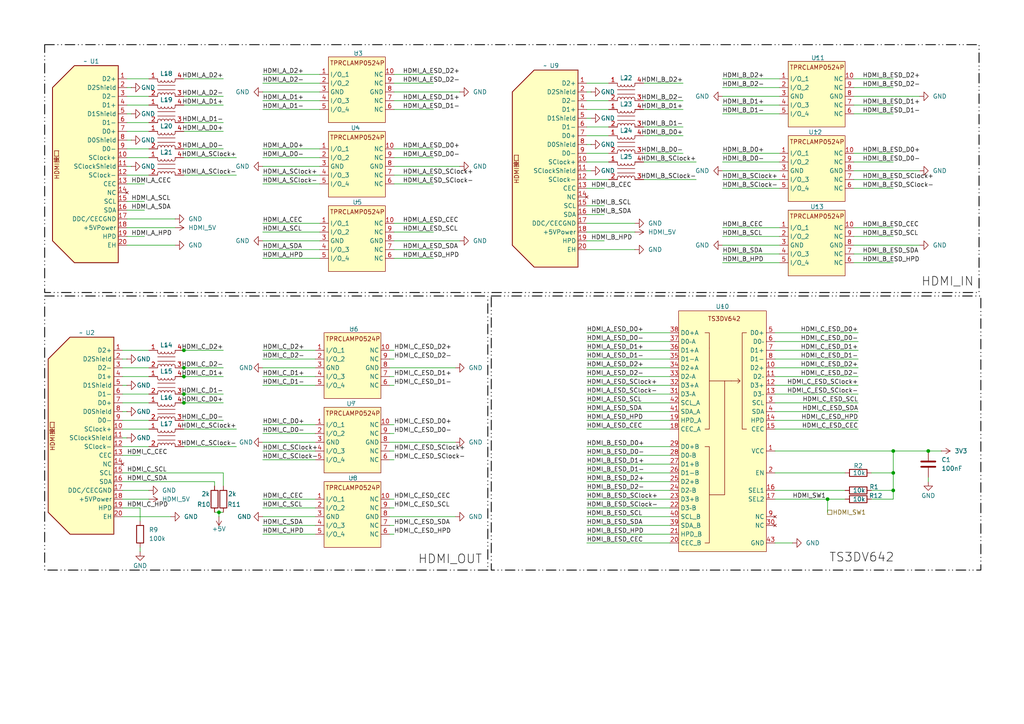
<source format=kicad_sch>
(kicad_sch (version 20231120) (generator "eeschema") (generator_version "8.0")
  (paper "A4")
  (lib_symbols
    (symbol "Device:C" (pin_numbers hide) (pin_names (offset 0.254))
      (property "Reference" "C" (at 0.635 2.54 0))
      (property "Value" "C" (at 0.635 -2.54 0))
      (symbol "C_0_1"
        (polyline (pts (xy -2.032 -0.762) (xy 2.032 -0.762)) (stroke (width 0.508)))
        (polyline (pts (xy -2.032 0.762) (xy 2.032 0.762)) (stroke (width 0.508)))
      )
      (symbol "C_1_1"
        (pin passive line (at 0 3.81 270) (length 2.794) (name "~") (number "1"))
        (pin passive line (at 0 -3.81 90) (length 2.794) (name "~") (number "2"))
      )
    )
    (symbol "Device:R" (pin_numbers hide) (pin_names (offset 0))
      (property "Reference" "R" (at 2.032 0 90))
      (property "Value" "R" (at 0 0 90))
      (symbol "R_0_1"
        (rectangle (start -1.016 -2.54) (end 1.016 2.54) (stroke (width 0.254)))
      )
      (symbol "R_1_1"
        (pin passive line (at 0 3.81 270) (length 1.27) (name "~") (number "1"))
        (pin passive line (at 0 -3.81 90) (length 1.27) (name "~") (number "2"))
      )
    )
    (symbol "HdmiSwitch:ACM2012-900-2P-T002"
      (property "Reference" "L" (at 2.286 0.762 0))
      (symbol "ACM2012-900-2P-T002_0_1"
        (arc (start 0 -0.508) (mid 0.508 -1.0138) (end 1.016 -0.508))
        (polyline (pts (xy 0 -4.572) (xy 0 -5.08)))
        (polyline (pts (xy 0 -3.175) (xy 5.08 -3.175)))
        (polyline (pts (xy 0 -1.905) (xy 5.08 -1.905)))
        (polyline (pts (xy 0 -0.508) (xy 0 0)))
        (polyline (pts (xy 5.08 -4.572) (xy 5.08 -5.08)))
        (polyline (pts (xy 5.08 0) (xy 5.08 -0.508)))
        (arc (start 1.016 -4.572) (mid 0.508 -4.0662) (end 0 -4.572))
        (arc (start 1.016 -0.508) (mid 1.524 -1.0138) (end 2.032 -0.508))
        (arc (start 2.032 -4.572) (mid 1.524 -4.0662) (end 1.016 -4.572))
        (arc (start 2.032 -0.508) (mid 2.54 -1.0138) (end 3.048 -0.508))
        (arc (start 3.048 -4.572) (mid 2.54 -4.0662) (end 2.032 -4.572))
        (arc (start 3.048 -0.508) (mid 3.556 -1.0138) (end 4.064 -0.508))
        (arc (start 4.064 -4.572) (mid 3.556 -4.0662) (end 3.048 -4.572))
        (arc (start 4.064 -0.508) (mid 4.572 -1.0138) (end 5.08 -0.508))
        (arc (start 5.08 -4.572) (mid 4.572 -4.0662) (end 4.064 -4.572))
      )
      (symbol "ACM2012-900-2P-T002_1_1"
        (pin passive line (at -2.54 0 0) (length 2.54) (name "") (number "1"))
        (pin passive line (at -2.54 -5.08 0) (length 2.54) (name "") (number "2"))
        (pin passive line (at 7.62 -5.08 180) (length 2.54) (name "") (number "3"))
        (pin passive line (at 7.62 0 180) (length 2.54) (name "") (number "4"))
      )
    )
    (symbol "HdmiSwitch:HDMI-001C"
      (property "Reference" "U" (at -0.254 2.286 0))
      (symbol "HDMI-001C_1_1"
        (polyline (pts (xy 0 0) (xy 12.7 0) (xy 19.05 -6.35) (xy 19.05 -50.8) (xy 12.7 -57.15) (xy 0 -57.15) (xy 0 0)) (stroke (width 0.254)) (fill (type background)))
        (text "HDMI接口" (at 17.78 -28.702 900) (effects (font (size 1.27 1.27))))
        (pin passive line (at -2.54 -3.81 0) (length 2.54) (name "D2+") (number "1"))
        (pin passive line (at -2.54 -26.67 0) (length 2.54) (name "SClock+") (number "10"))
        (pin passive line (at -2.54 -29.21 0) (length 2.54) (name "SClockShield") (number "11"))
        (pin passive line (at -2.54 -31.75 0) (length 2.54) (name "SClock-") (number "12"))
        (pin passive line (at -2.54 -34.29 0) (length 2.54) (name "CEC") (number "13"))
        (pin no_connect line (at -2.54 -36.83 0) (length 2.54) (name "NC") (number "14"))
        (pin passive line (at -2.54 -39.37 0) (length 2.54) (name "SCL") (number "15"))
        (pin passive line (at -2.54 -41.91 0) (length 2.54) (name "SDA") (number "16"))
        (pin power_in line (at -2.54 -44.45 0) (length 2.54) (name "DDC/CECGND") (number "17"))
        (pin power_in line (at -2.54 -46.99 0) (length 2.54) (name "+5VPower") (number "18"))
        (pin passive line (at -2.54 -49.53 0) (length 2.54) (name "HPD") (number "19"))
        (pin passive line (at -2.54 -6.35 0) (length 2.54) (name "D2Shield") (number "2"))
        (pin power_in line (at -2.54 -52.07 0) (length 2.54) (name "EH") (number "20"))
        (pin passive line (at -2.54 -8.89 0) (length 2.54) (name "D2-") (number "3"))
        (pin passive line (at -2.54 -11.43 0) (length 2.54) (name "D1+") (number "4"))
        (pin passive line (at -2.54 -13.97 0) (length 2.54) (name "D1Shield") (number "5"))
        (pin passive line (at -2.54 -16.51 0) (length 2.54) (name "D1-") (number "6"))
        (pin passive line (at -2.54 -19.05 0) (length 2.54) (name "D0+") (number "7"))
        (pin passive line (at -2.54 -21.59 0) (length 2.54) (name "D0Shield") (number "8"))
        (pin passive line (at -2.54 -24.13 0) (length 2.54) (name "D0-") (number "9"))
      )
    )
    (symbol "HdmiSwitch:TPRCLAMP0524P"
      (property "Reference" "U" (at 7.874 0.762 0))
      (symbol "TPRCLAMP0524P_1_1"
        (rectangle (start 0 0) (end 16.51 -19.05) (fill (type background)))
        (text "TPRCLAMP0524P" (at 8.382 -1.778 0) (effects (font (size 1.27 1.27))))
        (pin passive line (at -2.54 -5.08 0) (length 2.54) (name "I/O_1") (number "1"))
        (pin passive line (at 19.05 -5.08 180) (length 2.54) (name "NC") (number "10"))
        (pin passive line (at -2.54 -7.62 0) (length 2.54) (name "I/O_2") (number "2"))
        (pin power_in line (at -2.54 -10.16 0) (length 2.54) (name "GND") (number "3"))
        (pin passive line (at -2.54 -12.7 0) (length 2.54) (name "I/O_3") (number "4"))
        (pin passive line (at -2.54 -15.24 0) (length 2.54) (name "I/O_4") (number "5"))
        (pin passive line (at 19.05 -15.24 180) (length 2.54) (name "NC") (number "6"))
        (pin passive line (at 19.05 -12.7 180) (length 2.54) (name "NC") (number "7"))
        (pin passive line (at 19.05 -10.16 180) (length 2.54) (name "GND") (number "8"))
        (pin passive line (at 19.05 -7.62 180) (length 2.54) (name "NC") (number "9"))
      )
    )
    (symbol "HdmiSwitch:TS3DV642"
      (property "Reference" "U" (at 0 1.524 0))
      (symbol "TS3DV642_0_1"
        (polyline (pts (xy 8.89 -20.32) (xy 13.335 -20.32)))
        (polyline (pts (xy 15.24 -20.32) (xy 17.145 -20.32)))
        (polyline (pts (xy 17.145 -20.32) (xy 17.78 -20.32)))
        (polyline (pts (xy 17.78 -20.32) (xy 17.145 -20.955)))
        (polyline (pts (xy 17.78 -20.32) (xy 17.145 -19.685)))
        (polyline (pts (xy 8.89 -53.34) (xy 13.335 -53.34) (xy 13.335 -20.32) (xy 15.24 -20.32)))
      )
      (symbol "TS3DV642_1_1"
        (polyline (pts (xy 7.62 -39.37) (xy 8.89 -39.37) (xy 8.89 -67.31) (xy 7.62 -67.31)))
        (polyline (pts (xy 7.62 -6.35) (xy 8.89 -6.35) (xy 8.89 -34.29) (xy 7.62 -34.29)))
        (polyline (pts (xy 19.685 -6.35) (xy 18.415 -6.35) (xy 18.415 -34.29) (xy 19.685 -34.29)))
        (rectangle (start 0 0) (end 25.4 -69.85) (fill (type background)))
        (rectangle (start 8.89 -10.795) (end 8.89 -10.795))
        (text "TS3DV642" (at 13.208 -2.286 0) (effects (font (size 1.27 1.27))))
        (pin power_in line (at 27.94 -40.64 180) (length 2.54) (name "VCC") (number "1"))
        (pin passive line (at 27.94 -16.51 180) (length 2.54) (name "D2+") (number "10"))
        (pin passive line (at 27.94 -19.05 180) (length 2.54) (name "D2–") (number "11"))
        (pin passive line (at 27.94 -21.59 180) (length 2.54) (name "D3+") (number "12"))
        (pin passive line (at 27.94 -24.13 180) (length 2.54) (name "D3–") (number "13"))
        (pin passive line (at 27.94 -31.75 180) (length 2.54) (name "HPD") (number "14"))
        (pin passive line (at 27.94 -34.29 180) (length 2.54) (name "CEC") (number "15"))
        (pin passive line (at 27.94 -52.07 180) (length 2.54) (name "SEL1") (number "16"))
        (pin passive line (at 27.94 -54.61 180) (length 2.54) (name "SEL2") (number "17"))
        (pin passive line (at -2.54 -34.29 0) (length 2.54) (name "CEC_A") (number "18"))
        (pin passive line (at -2.54 -31.75 0) (length 2.54) (name "HPD_A") (number "19"))
        (pin passive line (at 27.94 -46.99 180) (length 2.54) (name "EN") (number "2"))
        (pin passive line (at -2.54 -67.31 0) (length 2.54) (name "CEC_B") (number "20"))
        (pin passive line (at -2.54 -64.77 0) (length 2.54) (name "HPD_B") (number "21"))
        (pin passive line (at -2.54 -57.15 0) (length 2.54) (name "D3–B") (number "22"))
        (pin passive line (at -2.54 -54.61 0) (length 2.54) (name "D3+B") (number "23"))
        (pin passive line (at -2.54 -52.07 0) (length 2.54) (name "D2–B") (number "24"))
        (pin passive line (at -2.54 -49.53 0) (length 2.54) (name "D2+B") (number "25"))
        (pin passive line (at -2.54 -46.99 0) (length 2.54) (name "D1-B") (number "26"))
        (pin passive line (at -2.54 -44.45 0) (length 2.54) (name "D1+B") (number "27"))
        (pin passive line (at -2.54 -41.91 0) (length 2.54) (name "D0–B") (number "28"))
        (pin passive line (at -2.54 -39.37 0) (length 2.54) (name "D0+B") (number "29"))
        (pin passive line (at 27.94 -26.67 180) (length 2.54) (name "SCL") (number "3"))
        (pin no_connect line (at 27.94 -62.23 180) (length 2.54) (name "NC") (number "30"))
        (pin passive line (at -2.54 -24.13 0) (length 2.54) (name "D3–A") (number "31"))
        (pin passive line (at -2.54 -21.59 0) (length 2.54) (name "D3+A") (number "32"))
        (pin passive line (at -2.54 -19.05 0) (length 2.54) (name "D2–A") (number "33"))
        (pin passive line (at -2.54 -16.51 0) (length 2.54) (name "D2+A") (number "34"))
        (pin passive line (at -2.54 -13.97 0) (length 2.54) (name "D1-A") (number "35"))
        (pin passive line (at -2.54 -11.43 0) (length 2.54) (name "D1+A") (number "36"))
        (pin passive line (at -2.54 -8.89 0) (length 2.54) (name "D0–A") (number "37"))
        (pin passive line (at -2.54 -6.35 0) (length 2.54) (name "D0+A") (number "38"))
        (pin passive line (at -2.54 -62.23 0) (length 2.54) (name "SDA_B") (number "39"))
        (pin passive line (at 27.94 -29.21 180) (length 2.54) (name "SDA") (number "4"))
        (pin passive line (at -2.54 -59.69 0) (length 2.54) (name "SCL_B") (number "40"))
        (pin passive line (at -2.54 -29.21 0) (length 2.54) (name "SDA_A") (number "41"))
        (pin passive line (at -2.54 -26.67 0) (length 2.54) (name "SCL_A") (number "42"))
        (pin power_in line (at 27.94 -67.31 180) (length 2.54) (name "GND") (number "43"))
        (pin passive line (at 27.94 -6.35 180) (length 2.54) (name "D0+") (number "5"))
        (pin passive line (at 27.94 -8.89 180) (length 2.54) (name "D0–") (number "6"))
        (pin passive line (at 27.94 -11.43 180) (length 2.54) (name "D1+") (number "7"))
        (pin passive line (at 27.94 -13.97 180) (length 2.54) (name "D1-") (number "8"))
        (pin no_connect line (at 27.94 -59.69 180) (length 2.54) (name "NC") (number "9"))
      )
    )
    (symbol "power:GND" (power) (pin_numbers hide) (pin_names (offset 0) hide)
      (property "Value" "GND" (at 0 -3.81 0))
      (symbol "GND_0_1"
        (polyline (pts (xy 0 0) (xy 0 -1.27) (xy 1.27 -1.27) (xy 0 -2.54) (xy -1.27 -1.27) (xy 0 -1.27)))
      )
      (symbol "GND_1_1"
        (pin power_in line (at 0 0 270) (length 0) (name "~") (number "1"))
      )
    )
    (symbol "power:VCC" (power) (pin_numbers hide) (pin_names (offset 0) hide)
      (property "Value" "VCC" (at 0 3.556 0))
      (symbol "VCC_0_1"
        (polyline (pts (xy -0.762 1.27) (xy 0 2.54)))
        (polyline (pts (xy 0 0) (xy 0 2.54)))
        (polyline (pts (xy 0 2.54) (xy 0.762 1.27)))
      )
      (symbol "VCC_1_1"
        (pin power_in line (at 0 0 90) (length 0) (name "~") (number "1"))
      )
    )
  )
  (junction (at 259.08 130.81))
  (junction (at 53.34 109.22))
  (junction (at 269.24 130.81))
  (junction (at 53.34 114.3))
  (junction (at 240.03 144.78))
  (junction (at 259.08 137.16))
  (junction (at 259.08 142.24))
  (junction (at 63.5 148.59))
  (junction (at 53.34 106.68))
  (junction (at 53.34 101.6))
  (junction (at 53.34 116.84))
  (wire (pts (xy 170.18 67.31) (xy 184.15 67.31)))
  (wire (pts (xy 76.2 72.39) (xy 92.71 72.39)))
  (wire (pts (xy 36.83 40.64) (xy 38.1 40.64)))
  (wire (pts (xy 247.65 73.66) (xy 259.08 73.66)))
  (wire (pts (xy 64.77 106.68) (xy 53.34 106.68)))
  (wire (pts (xy 64.77 43.18) (xy 53.34 43.18)))
  (wire (pts (xy 170.18 72.39) (xy 184.15 72.39)))
  (wire (pts (xy 114.3 26.67) (xy 133.35 26.67)))
  (wire (pts (xy 114.3 123.19) (xy 113.03 123.19)))
  (wire (pts (xy 36.83 58.42) (xy 41.91 58.42)))
  (wire (pts (xy 35.56 132.08) (xy 40.64 132.08)))
  (wire (pts (xy 76.2 45.72) (xy 92.71 45.72)))
  (wire (pts (xy 170.18 142.24) (xy 194.31 142.24)))
  (wire (pts (xy 35.56 111.76) (xy 36.83 111.76)))
  (wire (pts (xy 40.64 160.02) (xy 40.64 158.75)))
  (wire (pts (xy 36.83 30.48) (xy 43.18 30.48)))
  (wire (pts (xy 36.83 66.04) (xy 50.8 66.04)))
  (wire (pts (xy 64.77 114.3) (xy 53.34 114.3)))
  (wire (pts (xy 76.2 130.81) (xy 91.44 130.81)))
  (wire (pts (xy 170.18 26.67) (xy 171.45 26.67)))
  (wire (pts (xy 64.77 109.22) (xy 53.34 109.22)))
  (wire (pts (xy 114.3 45.72) (xy 125.73 45.72)))
  (wire (pts (xy 36.83 35.56) (xy 43.18 35.56)))
  (wire (pts (xy 248.92 114.3) (xy 224.79 114.3)))
  (wire (pts (xy 36.83 33.02) (xy 38.1 33.02)))
  (wire (pts (xy 35.56 121.92) (xy 43.18 121.92)))
  (wire (pts (xy 198.12 36.83) (xy 186.69 36.83)))
  (wire (pts (xy 170.18 149.86) (xy 194.31 149.86)))
  (wire (pts (xy 35.56 124.46) (xy 43.18 124.46)))
  (wire (pts (xy 76.2 29.21) (xy 92.71 29.21)))
  (wire (pts (xy 76.2 50.8) (xy 92.71 50.8)))
  (wire (pts (xy 209.55 52.07) (xy 226.06 52.07)))
  (wire (pts (xy 209.55 25.4) (xy 226.06 25.4)))
  (wire (pts (xy 209.55 33.02) (xy 226.06 33.02)))
  (wire (pts (xy 36.83 27.94) (xy 43.18 27.94)))
  (wire (pts (xy 36.83 68.58) (xy 41.91 68.58)))
  (wire (pts (xy 170.18 154.94) (xy 194.31 154.94)))
  (wire (pts (xy 76.2 144.78) (xy 91.44 144.78)))
  (wire (pts (xy 35.56 104.14) (xy 36.83 104.14)))
  (wire (pts (xy 114.3 21.59) (xy 125.73 21.59)))
  (wire (pts (xy 248.92 104.14) (xy 224.79 104.14)))
  (wire (pts (xy 170.18 139.7) (xy 194.31 139.7)))
  (wire (pts (xy 170.18 31.75) (xy 176.53 31.75)))
  (wire (pts (xy 36.83 53.34) (xy 41.91 53.34)))
  (wire (pts (xy 114.3 43.18) (xy 125.73 43.18)))
  (wire (pts (xy 209.55 44.45) (xy 226.06 44.45)))
  (wire (pts (xy 92.71 26.67) (xy 76.2 26.67)))
  (wire (pts (xy 114.3 154.94) (xy 113.03 154.94)))
  (wire (pts (xy 91.44 149.86) (xy 76.2 149.86)))
  (wire (pts (xy 209.55 46.99) (xy 226.06 46.99)))
  (wire (pts (xy 35.56 127) (xy 36.83 127)))
  (wire (pts (xy 259.08 130.81) (xy 269.24 130.81)))
  (wire (pts (xy 209.55 54.61) (xy 226.06 54.61)))
  (wire (pts (xy 64.77 27.94) (xy 53.34 27.94)))
  (wire (pts (xy 248.92 106.68) (xy 224.79 106.68)))
  (wire (pts (xy 247.65 76.2) (xy 259.08 76.2)))
  (wire (pts (xy 52.07 109.22) (xy 53.34 109.22)))
  (wire (pts (xy 114.3 50.8) (xy 125.73 50.8)))
  (wire (pts (xy 247.65 33.02) (xy 259.08 33.02)))
  (wire (pts (xy 76.2 104.14) (xy 91.44 104.14)))
  (wire (pts (xy 170.18 119.38) (xy 194.31 119.38)))
  (wire (pts (xy 52.07 114.3) (xy 53.34 114.3)))
  (wire (pts (xy 36.83 38.1) (xy 43.18 38.1)))
  (wire (pts (xy 36.83 48.26) (xy 38.1 48.26)))
  (wire (pts (xy 259.08 137.16) (xy 259.08 142.24)))
  (wire (pts (xy 36.83 50.8) (xy 43.18 50.8)))
  (wire (pts (xy 68.58 50.8) (xy 53.34 50.8)))
  (wire (pts (xy 64.77 121.92) (xy 53.34 121.92)))
  (wire (pts (xy 91.44 106.68) (xy 76.2 106.68)))
  (wire (pts (xy 91.44 128.27) (xy 76.2 128.27)))
  (wire (pts (xy 170.18 64.77) (xy 184.15 64.77)))
  (wire (pts (xy 52.07 106.68) (xy 53.34 106.68)))
  (wire (pts (xy 269.24 130.81) (xy 273.05 130.81)))
  (wire (pts (xy 248.92 101.6) (xy 224.79 101.6)))
  (wire (pts (xy 35.56 149.86) (xy 49.53 149.86)))
  (wire (pts (xy 35.56 144.78) (xy 43.18 144.78)))
  (wire (pts (xy 64.77 30.48) (xy 53.34 30.48)))
  (wire (pts (xy 114.3 53.34) (xy 125.73 53.34)))
  (wire (pts (xy 170.18 104.14) (xy 194.31 104.14)))
  (wire (pts (xy 35.56 147.32) (xy 40.64 147.32)))
  (wire (pts (xy 64.77 35.56) (xy 53.34 35.56)))
  (wire (pts (xy 170.18 144.78) (xy 194.31 144.78)))
  (wire (pts (xy 76.2 125.73) (xy 91.44 125.73)))
  (wire (pts (xy 76.2 152.4) (xy 91.44 152.4)))
  (wire (pts (xy 76.2 64.77) (xy 92.71 64.77)))
  (wire (pts (xy 226.06 49.53) (xy 209.55 49.53)))
  (wire (pts (xy 170.18 99.06) (xy 194.31 99.06)))
  (wire (pts (xy 35.56 106.68) (xy 43.18 106.68)))
  (wire (pts (xy 64.77 101.6) (xy 53.34 101.6)))
  (wire (pts (xy 247.65 54.61) (xy 259.08 54.61)))
  (wire (pts (xy 201.93 52.07) (xy 186.69 52.07)))
  (wire (pts (xy 170.18 29.21) (xy 176.53 29.21)))
  (wire (pts (xy 170.18 36.83) (xy 176.53 36.83)))
  (wire (pts (xy 62.23 139.7) (xy 62.23 140.97)))
  (wire (pts (xy 92.71 69.85) (xy 76.2 69.85)))
  (wire (pts (xy 247.65 30.48) (xy 259.08 30.48)))
  (wire (pts (xy 76.2 53.34) (xy 92.71 53.34)))
  (wire (pts (xy 170.18 121.92) (xy 194.31 121.92)))
  (wire (pts (xy 170.18 109.22) (xy 194.31 109.22)))
  (wire (pts (xy 76.2 101.6) (xy 91.44 101.6)))
  (wire (pts (xy 224.79 142.24) (xy 245.11 142.24)))
  (wire (pts (xy 247.65 71.12) (xy 266.7 71.12)))
  (wire (pts (xy 114.3 130.81) (xy 113.03 130.81)))
  (wire (pts (xy 209.55 68.58) (xy 226.06 68.58)))
  (wire (pts (xy 247.65 25.4) (xy 259.08 25.4)))
  (wire (pts (xy 170.18 62.23) (xy 175.26 62.23)))
  (wire (pts (xy 224.79 144.78) (xy 240.03 144.78)))
  (wire (pts (xy 76.2 74.93) (xy 92.71 74.93)))
  (wire (pts (xy 114.3 74.93) (xy 125.73 74.93)))
  (wire (pts (xy 224.79 130.81) (xy 259.08 130.81)))
  (wire (pts (xy 209.55 73.66) (xy 226.06 73.66)))
  (wire (pts (xy 226.06 27.94) (xy 209.55 27.94)))
  (wire (pts (xy 245.11 137.16) (xy 224.79 137.16)))
  (wire (pts (xy 240.03 148.59) (xy 240.03 144.78)))
  (wire (pts (xy 114.3 133.35) (xy 113.03 133.35)))
  (wire (pts (xy 170.18 137.16) (xy 194.31 137.16)))
  (wire (pts (xy 209.55 30.48) (xy 226.06 30.48)))
  (wire (pts (xy 170.18 106.68) (xy 194.31 106.68)))
  (wire (pts (xy 170.18 124.46) (xy 194.31 124.46)))
  (wire (pts (xy 52.07 101.6) (xy 53.34 101.6)))
  (wire (pts (xy 114.3 125.73) (xy 113.03 125.73)))
  (wire (pts (xy 35.56 119.38) (xy 36.83 119.38)))
  (wire (pts (xy 170.18 96.52) (xy 194.31 96.52)))
  (wire (pts (xy 64.77 22.86) (xy 53.34 22.86)))
  (wire (pts (xy 114.3 24.13) (xy 125.73 24.13)))
  (wire (pts (xy 247.65 49.53) (xy 266.7 49.53)))
  (wire (pts (xy 209.55 66.04) (xy 226.06 66.04)))
  (wire (pts (xy 226.06 71.12) (xy 209.55 71.12)))
  (wire (pts (xy 247.65 52.07) (xy 259.08 52.07)))
  (wire (pts (xy 114.3 69.85) (xy 133.35 69.85)))
  (wire (pts (xy 247.65 27.94) (xy 266.7 27.94)))
  (wire (pts (xy 259.08 142.24) (xy 259.08 144.78)))
  (wire (pts (xy 64.77 148.59) (xy 63.5 148.59)))
  (wire (pts (xy 247.65 22.86) (xy 259.08 22.86)))
  (wire (pts (xy 35.56 101.6) (xy 43.18 101.6)))
  (wire (pts (xy 35.56 116.84) (xy 43.18 116.84)))
  (wire (pts (xy 247.65 44.45) (xy 259.08 44.45)))
  (wire (pts (xy 170.18 34.29) (xy 171.45 34.29)))
  (wire (pts (xy 170.18 44.45) (xy 176.53 44.45)))
  (wire (pts (xy 63.5 148.59) (xy 62.23 148.59)))
  (wire (pts (xy 248.92 116.84) (xy 224.79 116.84)))
  (wire (pts (xy 36.83 43.18) (xy 43.18 43.18)))
  (wire (pts (xy 170.18 46.99) (xy 176.53 46.99)))
  (wire (pts (xy 76.2 67.31) (xy 92.71 67.31)))
  (wire (pts (xy 64.77 137.16) (xy 64.77 140.97)))
  (wire (pts (xy 209.55 76.2) (xy 226.06 76.2)))
  (wire (pts (xy 36.83 22.86) (xy 43.18 22.86)))
  (wire (pts (xy 248.92 119.38) (xy 224.79 119.38)))
  (wire (pts (xy 224.79 157.48) (xy 229.87 157.48)))
  (wire (pts (xy 198.12 39.37) (xy 186.69 39.37)))
  (wire (pts (xy 113.03 106.68) (xy 132.08 106.68)))
  (wire (pts (xy 63.5 149.86) (xy 63.5 148.59)))
  (wire (pts (xy 35.56 137.16) (xy 64.77 137.16)))
  (wire (pts (xy 269.24 138.43) (xy 269.24 139.7)))
  (wire (pts (xy 92.71 48.26) (xy 76.2 48.26)))
  (wire (pts (xy 170.18 132.08) (xy 194.31 132.08)))
  (wire (pts (xy 248.92 99.06) (xy 224.79 99.06)))
  (wire (pts (xy 170.18 24.13) (xy 176.53 24.13)))
  (wire (pts (xy 170.18 52.07) (xy 176.53 52.07)))
  (wire (pts (xy 76.2 123.19) (xy 91.44 123.19)))
  (wire (pts (xy 114.3 111.76) (xy 113.03 111.76)))
  (wire (pts (xy 36.83 25.4) (xy 38.1 25.4)))
  (wire (pts (xy 36.83 71.12) (xy 50.8 71.12)))
  (wire (pts (xy 76.2 24.13) (xy 92.71 24.13)))
  (wire (pts (xy 40.64 147.32) (xy 40.64 151.13)))
  (wire (pts (xy 170.18 147.32) (xy 194.31 147.32)))
  (wire (pts (xy 248.92 111.76) (xy 224.79 111.76)))
  (wire (pts (xy 76.2 147.32) (xy 91.44 147.32)))
  (wire (pts (xy 114.3 152.4) (xy 113.03 152.4)))
  (wire (pts (xy 248.92 96.52) (xy 224.79 96.52)))
  (wire (pts (xy 68.58 45.72) (xy 53.34 45.72)))
  (wire (pts (xy 170.18 54.61) (xy 175.26 54.61)))
  (wire (pts (xy 35.56 109.22) (xy 43.18 109.22)))
  (wire (pts (xy 114.3 48.26) (xy 133.35 48.26)))
  (wire (pts (xy 76.2 43.18) (xy 92.71 43.18)))
  (wire (pts (xy 113.03 149.86) (xy 132.08 149.86)))
  (wire (pts (xy 64.77 38.1) (xy 53.34 38.1)))
  (wire (pts (xy 76.2 133.35) (xy 91.44 133.35)))
  (wire (pts (xy 114.3 101.6) (xy 113.03 101.6)))
  (wire (pts (xy 170.18 134.62) (xy 194.31 134.62)))
  (wire (pts (xy 247.65 68.58) (xy 259.08 68.58)))
  (wire (pts (xy 64.77 116.84) (xy 53.34 116.84)))
  (wire (pts (xy 170.18 129.54) (xy 194.31 129.54)))
  (wire (pts (xy 76.2 154.94) (xy 91.44 154.94)))
  (wire (pts (xy 170.18 111.76) (xy 194.31 111.76)))
  (wire (pts (xy 36.83 63.5) (xy 50.8 63.5)))
  (wire (pts (xy 114.3 31.75) (xy 125.73 31.75)))
  (wire (pts (xy 114.3 64.77) (xy 125.73 64.77)))
  (wire (pts (xy 76.2 111.76) (xy 91.44 111.76)))
  (wire (pts (xy 114.3 67.31) (xy 125.73 67.31)))
  (wire (pts (xy 248.92 121.92) (xy 224.79 121.92)))
  (wire (pts (xy 114.3 144.78) (xy 113.03 144.78)))
  (wire (pts (xy 170.18 49.53) (xy 171.45 49.53)))
  (wire (pts (xy 170.18 101.6) (xy 194.31 101.6)))
  (wire (pts (xy 68.58 129.54) (xy 53.34 129.54)))
  (wire (pts (xy 240.03 144.78) (xy 245.11 144.78)))
  (wire (pts (xy 114.3 72.39) (xy 125.73 72.39)))
  (wire (pts (xy 114.3 104.14) (xy 113.03 104.14)))
  (wire (pts (xy 198.12 24.13) (xy 186.69 24.13)))
  (wire (pts (xy 198.12 44.45) (xy 186.69 44.45)))
  (wire (pts (xy 76.2 31.75) (xy 92.71 31.75)))
  (wire (pts (xy 170.18 69.85) (xy 175.26 69.85)))
  (wire (pts (xy 36.83 60.96) (xy 41.91 60.96)))
  (wire (pts (xy 247.65 66.04) (xy 259.08 66.04)))
  (wire (pts (xy 248.92 124.46) (xy 224.79 124.46)))
  (wire (pts (xy 248.92 109.22) (xy 224.79 109.22)))
  (wire (pts (xy 259.08 130.81) (xy 259.08 137.16)))
  (wire (pts (xy 201.93 46.99) (xy 186.69 46.99)))
  (wire (pts (xy 209.55 22.86) (xy 226.06 22.86)))
  (wire (pts (xy 170.18 152.4) (xy 194.31 152.4)))
  (wire (pts (xy 35.56 142.24) (xy 43.18 142.24)))
  (wire (pts (xy 170.18 114.3) (xy 194.31 114.3)))
  (wire (pts (xy 76.2 109.22) (xy 91.44 109.22)))
  (wire (pts (xy 198.12 29.21) (xy 186.69 29.21)))
  (wire (pts (xy 68.58 124.46) (xy 53.34 124.46)))
  (wire (pts (xy 114.3 147.32) (xy 113.03 147.32)))
  (wire (pts (xy 170.18 116.84) (xy 194.31 116.84)))
  (wire (pts (xy 35.56 129.54) (xy 43.18 129.54)))
  (wire (pts (xy 252.73 142.24) (xy 259.08 142.24)))
  (wire (pts (xy 113.03 128.27) (xy 132.08 128.27)))
  (wire (pts (xy 36.83 45.72) (xy 43.18 45.72)))
  (wire (pts (xy 35.56 114.3) (xy 43.18 114.3)))
  (wire (pts (xy 198.12 31.75) (xy 186.69 31.75)))
  (wire (pts (xy 114.3 29.21) (xy 125.73 29.21)))
  (wire (pts (xy 114.3 109.22) (xy 113.03 109.22)))
  (wire (pts (xy 252.73 144.78) (xy 259.08 144.78)))
  (wire (pts (xy 52.07 116.84) (xy 53.34 116.84)))
  (wire (pts (xy 35.56 139.7) (xy 62.23 139.7)))
  (wire (pts (xy 247.65 46.99) (xy 259.08 46.99)))
  (wire (pts (xy 170.18 41.91) (xy 171.45 41.91)))
  (wire (pts (xy 170.18 39.37) (xy 176.53 39.37)))
  (wire (pts (xy 76.2 21.59) (xy 92.71 21.59)))
  (wire (pts (xy 170.18 59.69) (xy 175.26 59.69)))
  (wire (pts (xy 252.73 137.16) (xy 259.08 137.16)))
  (wire (pts (xy 170.18 157.48) (xy 194.31 157.48)))
  (rectangle (start 142.494 85.852) (end 284.48 165.354) (stroke (width 0.254) (type dash_dot_dot) (color 0 0 0 1)))
  (rectangle (start 12.954 85.852) (end 141.478 165.354) (stroke (width 0.254) (type dash_dot_dot) (color 0 0 0 1)))
  (rectangle (start 12.954 12.954) (end 283.972 84.836) (stroke (width 0.254) (type dash_dot_dot) (color 0 0 0 1)))
  (text "HDMI_IN" (at 274.828 81.788 0) (effects (font (size 2.54 2.54))))
  (text "TS3DV642" (at 249.936 161.798 0) (effects (font (size 2.54 2.54))))
  (text "HDMI_OUT" (at 130.556 162.306 0) (effects (font (size 2.54 2.54))))
  (label "HDMI_B_SClock+" (at 201.93 46.99 180))
  (label "HDMI_A_ESD_D1+" (at 170.18 101.6 0))
  (label "HDMI_C_D1+" (at 64.77 109.22 180))
  (label "HDMI_A_D1+" (at 76.2 29.21 0))
  (label "HDMI_B_D1-" (at 209.55 33.02 0))
  (label "HDMI_C_SDA" (at 36.83 139.7 0))
  (label "HDMI_B_ESD_D1+" (at 170.18 134.62 0))
  (label "HDMI_B_ESD_D2+" (at 170.18 139.7 0))
  (label "HDMI_C_D2-" (at 64.77 106.68 180))
  (label "HDMI_A_D1+" (at 64.77 30.48 180))
  (label "HDMI_C_D1+" (at 76.2 109.22 0))
  (label "HDMI_B_D0-" (at 198.12 44.45 180))
  (label "HDMI_SW1" (at 229.87 144.78 0))
  (label "HDMI_B_ESD_D0-" (at 170.18 132.08 0))
  (label "HDMI_B_ESD_CEC" (at 250.19 66.04 0))
  (label "HDMI_B_SDA" (at 209.55 73.66 0))
  (label "HDMI_C_CEC" (at 76.2 144.78 0))
  (label "HDMI_B_ESD_SDA" (at 250.19 73.66 0))
  (label "HDMI_C_ESD_D1-" (at 248.92 104.14 180))
  (label "HDMI_B_D1+" (at 198.12 31.75 180))
  (label "HDMI_C_HPD" (at 36.83 147.32 0))
  (label "HDMI_A_SCL" (at 38.1 58.42 0))
  (label "HDMI_B_D0-" (at 209.55 46.99 0))
  (label "HDMI_A_D2-" (at 76.2 24.13 0))
  (label "HDMI_C_SClock+" (at 68.58 124.46 180))
  (label "HDMI_A_ESD_SDA" (at 116.84 72.39 0))
  (label "HDMI_B_SClock+" (at 209.55 52.07 0))
  (label "HDMI_B_D1+" (at 209.55 30.48 0))
  (label "HDMI_C_SClock-" (at 76.2 133.35 0))
  (label "HDMI_B_ESD_SClock-" (at 170.18 147.32 0))
  (label "HDMI_B_ESD_D2-" (at 170.18 142.24 0))
  (label "HDMI_C_D2+" (at 64.77 101.6 180))
  (label "HDMI_A_ESD_SClock-" (at 116.84 53.34 0))
  (label "HDMI_C_ESD_D0+" (at 114.3 123.19 0))
  (label "HDMI_A_ESD_D0+" (at 116.84 43.18 0))
  (label "HDMI_B_SCL" (at 171.45 59.69 0))
  (label "HDMI_C_ESD_HPD" (at 114.3 154.94 0))
  (label "HDMI_B_ESD_HPD" (at 250.19 76.2 0))
  (label "HDMI_C_SCL" (at 76.2 147.32 0))
  (label "HDMI_C_ESD_D1-" (at 114.3 111.76 0))
  (label "HDMI_B_ESD_SClock-" (at 250.19 54.61 0))
  (label "HDMI_B_CEC" (at 171.45 54.61 0))
  (label "HDMI_A_ESD_HPD" (at 170.18 121.92 0))
  (label "HDMI_A_D2+" (at 76.2 21.59 0))
  (label "HDMI_B_ESD_D1-" (at 250.19 33.02 0))
  (label "HDMI_A_ESD_CEC" (at 116.84 64.77 0))
  (label "HDMI_B_D1-" (at 198.12 36.83 180))
  (label "HDMI_B_D0+" (at 209.55 44.45 0))
  (label "HDMI_C_ESD_D2+" (at 248.92 106.68 180))
  (label "HDMI_B_ESD_SClock+" (at 170.18 144.78 0))
  (label "HDMI_A_D2+" (at 64.77 22.86 180))
  (label "HDMI_A_SCL" (at 76.2 67.31 0))
  (label "HDMI_A_ESD_D0-" (at 116.84 45.72 0))
  (label "HDMI_A_CEC" (at 38.1 53.34 0))
  (label "HDMI_C_D1-" (at 76.2 111.76 0))
  (label "HDMI_C_D1-" (at 64.77 114.3 180))
  (label "HDMI_B_D2+" (at 209.55 22.86 0))
  (label "HDMI_C_ESD_HPD" (at 248.92 121.92 180))
  (label "HDMI_A_SClock+" (at 68.58 45.72 180))
  (label "HDMI_C_SDA" (at 76.2 152.4 0))
  (label "HDMI_C_ESD_SClock-" (at 114.3 133.35 0))
  (label "HDMI_C_ESD_SDA" (at 248.92 119.38 180))
  (label "HDMI_A_D0-" (at 64.77 43.18 180))
  (label "HDMI_C_ESD_SDA" (at 114.3 152.4 0))
  (label "HDMI_C_D2+" (at 76.2 101.6 0))
  (label "HDMI_B_HPD" (at 171.45 69.85 0))
  (label "HDMI_A_D0+" (at 76.2 43.18 0))
  (label "HDMI_A_ESD_SClock+" (at 170.18 111.76 0))
  (label "HDMI_C_ESD_D1+" (at 114.3 109.22 0))
  (label "HDMI_C_ESD_D1+" (at 248.92 101.6 180))
  (label "HDMI_A_ESD_D0+" (at 170.18 96.52 0))
  (label "HDMI_B_ESD_D0+" (at 250.19 44.45 0))
  (label "HDMI_A_SDA" (at 38.1 60.96 0))
  (label "HDMI_A_ESD_D1+" (at 116.84 29.21 0))
  (label "HDMI_B_SCL" (at 209.55 68.58 0))
  (label "HDMI_B_ESD_SCL" (at 170.18 149.86 0))
  (label "HDMI_A_D2-" (at 64.77 27.94 180))
  (label "HDMI_A_D0-" (at 76.2 45.72 0))
  (label "HDMI_C_D0+" (at 76.2 123.19 0))
  (label "HDMI_C_ESD_D2-" (at 114.3 104.14 0))
  (label "HDMI_C_ESD_SCL" (at 114.3 147.32 0))
  (label "HDMI_A_ESD_D1-" (at 116.84 31.75 0))
  (label "HDMI_B_ESD_D0+" (at 170.18 129.54 0))
  (label "HDMI_C_HPD" (at 76.2 154.94 0))
  (label "HDMI_A_ESD_SCL" (at 170.18 116.84 0))
  (label "HDMI_A_ESD_D2+" (at 116.84 21.59 0))
  (label "HDMI_C_ESD_CEC" (at 114.3 144.78 0))
  (label "HDMI_B_SDA" (at 171.45 62.23 0))
  (label "HDMI_A_CEC" (at 76.2 64.77 0))
  (label "HDMI_B_ESD_D2-" (at 250.19 25.4 0))
  (label "HDMI_B_HPD" (at 209.55 76.2 0))
  (label "HDMI_C_ESD_D0-" (at 248.92 99.06 180))
  (label "HDMI_C_ESD_D0+" (at 248.92 96.52 180))
  (label "HDMI_A_HPD" (at 76.2 74.93 0))
  (label "HDMI_A_ESD_D2-" (at 116.84 24.13 0))
  (label "HDMI_B_D2-" (at 198.12 29.21 180))
  (label "HDMI_B_ESD_SDA" (at 170.18 152.4 0))
  (label "HDMI_B_ESD_D1-" (at 170.18 137.16 0))
  (label "HDMI_C_D0+" (at 64.77 116.84 180))
  (label "HDMI_A_ESD_CEC" (at 170.18 124.46 0))
  (label "HDMI_A_ESD_D0-" (at 170.18 99.06 0))
  (label "HDMI_A_D1-" (at 76.2 31.75 0))
  (label "HDMI_B_ESD_HPD" (at 170.18 154.94 0))
  (label "HDMI_C_SCL" (at 36.83 137.16 0))
  (label "HDMI_C_ESD_SClock+" (at 114.3 130.81 0))
  (label "HDMI_A_ESD_D2-" (at 170.18 109.22 0))
  (label "HDMI_A_HPD" (at 38.1 68.58 0))
  (label "HDMI_A_ESD_D2+" (at 170.18 106.68 0))
  (label "HDMI_C_ESD_D2+" (at 114.3 101.6 0))
  (label "HDMI_C_SClock-" (at 68.58 129.54 180))
  (label "HDMI_C_ESD_D2-" (at 248.92 109.22 180))
  (label "HDMI_B_ESD_CEC" (at 170.18 157.48 0))
  (label "HDMI_B_ESD_SCL" (at 250.19 68.58 0))
  (label "HDMI_B_ESD_D2+" (at 250.19 22.86 0))
  (label "HDMI_A_ESD_HPD" (at 116.84 74.93 0))
  (label "HDMI_A_ESD_SDA" (at 170.18 119.38 0))
  (label "HDMI_B_CEC" (at 209.55 66.04 0))
  (label "HDMI_B_ESD_SClock+" (at 250.19 52.07 0))
  (label "HDMI_B_D2+" (at 198.12 24.13 180))
  (label "HDMI_C_D0-" (at 76.2 125.73 0))
  (label "HDMI_A_SClock-" (at 68.58 50.8 180))
  (label "HDMI_B_D0+" (at 198.12 39.37 180))
  (label "HDMI_C_SClock+" (at 76.2 130.81 0))
  (label "HDMI_A_SDA" (at 76.2 72.39 0))
  (label "HDMI_C_ESD_SCL" (at 248.92 116.84 180))
  (label "HDMI_C_D2-" (at 76.2 104.14 0))
  (label "HDMI_A_SClock-" (at 76.2 53.34 0))
  (label "HDMI_C_CEC" (at 36.83 132.08 0))
  (label "HDMI_A_ESD_SClock+" (at 116.84 50.8 0))
  (label "HDMI_B_D2-" (at 209.55 25.4 0))
  (label "HDMI_C_D0-" (at 64.77 121.92 180))
  (label "HDMI_A_ESD_D1-" (at 170.18 104.14 0))
  (label "HDMI_C_ESD_SClock+" (at 248.92 111.76 180))
  (label "HDMI_C_ESD_SClock-" (at 248.92 114.3 180))
  (label "HDMI_B_ESD_D0-" (at 250.19 46.99 0))
  (label "HDMI_C_ESD_D0-" (at 114.3 125.73 0))
  (label "HDMI_A_SClock+" (at 76.2 50.8 0))
  (label "HDMI_A_ESD_SCL" (at 116.84 67.31 0))
  (label "HDMI_A_D0+" (at 64.77 38.1 180))
  (label "HDMI_B_SClock-" (at 201.93 52.07 180))
  (label "HDMI_B_SClock-" (at 209.55 54.61 0))
  (label "HDMI_A_D1-" (at 64.77 35.56 180))
  (label "HDMI_C_ESD_CEC" (at 248.92 124.46 180))
  (label "HDMI_A_ESD_SClock-" (at 170.18 114.3 0))
  (label "HDMI_B_ESD_D1+" (at 250.19 30.48 0))
  (hierarchical_label "HDMI_SW1" (shape passive) (at 240.03 148.59 0))
  (symbol (lib_id "power:GND") (at 171.45 34.29 90) (unit 1)
    (property "Reference" "#PWR028" (effects (hide yes)))
    (property "Value" "GND" (at 174.244 34.29 90) (effects (justify right)))
    (property "Description" "Power symbol creates a global label with name \"GND\" , ground" (effects (hide yes)))
  )
  (symbol (lib_id "HdmiSwitch:HDMI-001C") (at 34.29 19.05 0) (mirror y) (unit 1)
    (property "Reference" "U1" (at 27.432 17.78 0))
    (property "Value" "~" (at 24.765 17.78 0))
    (property "Footprint" "HdmiSwitch:HDMI侧插" (effects (hide yes)))
  )
  (symbol (lib_id "power:GND") (at 76.2 128.27 270) (unit 1)
    (property "Reference" "#PWR024" (effects (hide yes)))
    (property "Value" "GND" (at 73.406 128.27 90) (effects (justify right)))
    (property "Description" "Power symbol creates a global label with name \"GND\" , ground" (effects (hide yes)))
  )
  (symbol (lib_id "HdmiSwitch:ACM2012-900-2P-T002") (at 45.72 45.72 0) (unit 1)
    (property "Reference" "L21" (at 48.26 44.196 0))
    (property "Value" "~" (at 48.26 44.45 0))
    (property "Footprint" "HdmiSwitch:ACM2012-900-2P-T002" (effects (hide yes)))
  )
  (symbol (lib_id "HdmiSwitch:ACM2012-900-2P-T002") (at 45.72 124.46 0) (unit 1)
    (property "Reference" "L17" (at 48.26 122.936 0))
    (property "Value" "~" (at 48.26 123.19 0))
    (property "Footprint" "HdmiSwitch:ACM2012-900-2P-T002" (effects (hide yes)))
  )
  (symbol (lib_id "power:GND") (at 266.7 27.94 90) (mirror x) (unit 1)
    (property "Reference" "#PWR039" (effects (hide yes)))
    (property "Value" "GND" (at 270.51 27.9401 90) (effects (justify right)))
    (property "Description" "Power symbol creates a global label with name \"GND\" , ground" (effects (hide yes)))
  )
  (symbol (lib_id "power:GND") (at 171.45 41.91 90) (unit 1)
    (property "Reference" "#PWR029" (effects (hide yes)))
    (property "Value" "GND" (at 174.244 41.91 90) (effects (justify right)))
    (property "Description" "Power symbol creates a global label with name \"GND\" , ground" (effects (hide yes)))
  )
  (symbol (lib_id "power:GND") (at 36.83 119.38 90) (unit 1)
    (property "Reference" "#PWR010" (effects (hide yes)))
    (property "Value" "GND" (at 39.624 119.38 90) (effects (justify right)))
    (property "Description" "Power symbol creates a global label with name \"GND\" , ground" (effects (hide yes)))
  )
  (symbol (lib_id "power:GND") (at 133.35 48.26 90) (mirror x) (unit 1)
    (property "Reference" "#PWR022" (effects (hide yes)))
    (property "Value" "GND" (at 137.16 48.2601 90) (effects (justify right)))
    (property "Description" "Power symbol creates a global label with name \"GND\" , ground" (effects (hide yes)))
  )
  (symbol (lib_id "power:GND") (at 36.83 127 90) (unit 1)
    (property "Reference" "#PWR011" (effects (hide yes)))
    (property "Value" "GND" (at 39.624 127 90) (effects (justify right)))
    (property "Description" "Power symbol creates a global label with name \"GND\" , ground" (effects (hide yes)))
  )
  (symbol (lib_id "power:GND") (at 266.7 49.53 90) (mirror x) (unit 1)
    (property "Reference" "#PWR040" (effects (hide yes)))
    (property "Value" "GND" (at 270.51 49.5301 90) (effects (justify right)))
    (property "Description" "Power symbol creates a global label with name \"GND\" , ground" (effects (hide yes)))
  )
  (symbol (lib_id "Device:R") (at 64.77 144.78 180) (unit 1)
    (property "Reference" "R11" (at 69.85 146.304 0) (effects (justify left)))
    (property "Value" "2k" (at 68.58 143.256 0) (effects (justify left)))
    (property "Footprint" "Resistor_SMD:R_0402_1005Metric" (effects (hide yes)))
    (property "Description" "Resistor" (effects (hide yes)))
  )
  (symbol (lib_id "power:GND") (at 38.1 25.4 90) (unit 1)
    (property "Reference" "#PWR01" (effects (hide yes)))
    (property "Value" "GND" (at 40.894 25.4 90) (effects (justify right)))
    (property "Description" "Power symbol creates a global label with name \"GND\" , ground" (effects (hide yes)))
  )
  (symbol (lib_id "power:GND") (at 171.45 26.67 90) (unit 1)
    (property "Reference" "#PWR027" (effects (hide yes)))
    (property "Value" "GND" (at 174.244 26.67 90) (effects (justify right)))
    (property "Description" "Power symbol creates a global label with name \"GND\" , ground" (effects (hide yes)))
  )
  (symbol (lib_id "power:GND") (at 40.64 160.02 0) (unit 1)
    (property "Reference" "#PWR012" (effects (hide yes)))
    (property "Value" "GND" (at 40.64 164.084 0))
    (property "Description" "Power symbol creates a global label with name \"GND\" , ground" (effects (hide yes)))
  )
  (symbol (lib_id "power:GND") (at 76.2 26.67 270) (unit 1)
    (property "Reference" "#PWR015" (effects (hide yes)))
    (property "Value" "GND" (at 72.39 26.6701 90) (effects (justify right)))
    (property "Description" "Power symbol creates a global label with name \"GND\" , ground" (effects (hide yes)))
  )
  (symbol (lib_id "HdmiSwitch:ACM2012-900-2P-T002") (at 45.72 116.84 0) (unit 1)
    (property "Reference" "L16" (at 48.26 115.316 0))
    (property "Value" "~" (at 48.26 115.57 0))
    (property "Footprint" "HdmiSwitch:ACM2012-900-2P-T002" (effects (hide yes)))
  )
  (symbol (lib_id "HdmiSwitch:ACM2012-900-2P-T002") (at 179.07 31.75 0) (unit 1)
    (property "Reference" "L23" (at 181.61 30.226 0))
    (property "Value" "~" (at 181.61 30.48 0))
    (property "Footprint" "HdmiSwitch:ACM2012-900-2P-T002" (effects (hide yes)))
  )
  (symbol (lib_id "HdmiSwitch:TS3DV642") (at 196.85 90.17 0) (unit 1)
    (property "Reference" "U10" (at 209.55 88.9 0))
    (property "Value" "~" (at 209.55 88.9 0))
    (property "Footprint" "HdmiSwitch:TS3DV642" (effects (hide yes)))
  )
  (symbol (lib_id "power:VCC") (at 63.5 149.86 180) (unit 1)
    (property "Reference" "#PWR019" (effects (hide yes)))
    (property "Value" "+5V" (at 63.5 153.416 0))
    (property "Description" "Power symbol creates a global label with name \"VCC\"" (effects (hide yes)))
  )
  (symbol (lib_id "power:GND") (at 36.83 104.14 90) (unit 1)
    (property "Reference" "#PWR08" (effects (hide yes)))
    (property "Value" "GND" (at 39.624 104.14 90) (effects (justify right)))
    (property "Description" "Power symbol creates a global label with name \"GND\" , ground" (effects (hide yes)))
  )
  (symbol (lib_id "power:GND") (at 132.08 106.68 90) (mirror x) (unit 1)
    (property "Reference" "#PWR026" (effects (hide yes)))
    (property "Value" "GND" (at 135.89 106.6801 90) (effects (justify right)))
    (property "Description" "Power symbol creates a global label with name \"GND\" , ground" (effects (hide yes)))
  )
  (symbol (lib_id "power:GND") (at 132.08 149.86 90) (mirror x) (unit 1)
    (property "Reference" "#PWR053" (effects (hide yes)))
    (property "Value" "GND" (at 135.89 149.8601 90) (effects (justify right)))
    (property "Description" "Power symbol creates a global label with name \"GND\" , ground" (effects (hide yes)))
  )
  (symbol (lib_id "power:GND") (at 38.1 33.02 90) (unit 1)
    (property "Reference" "#PWR02" (effects (hide yes)))
    (property "Value" "GND" (at 40.894 33.02 90) (effects (justify right)))
    (property "Description" "Power symbol creates a global label with name \"GND\" , ground" (effects (hide yes)))
  )
  (symbol (lib_id "Device:C") (at 269.24 134.62 0) (unit 1)
    (property "Reference" "C1" (at 273.05 133.3499 0) (effects (justify left)))
    (property "Value" "100nF" (at 273.05 135.8899 0) (effects (justify left)))
    (property "Footprint" "Capacitor_SMD:C_0402_1005Metric" (effects (hide yes)))
    (property "Description" "Unpolarized capacitor" (effects (hide yes)))
  )
  (symbol (lib_id "power:GND") (at 266.7 71.12 90) (mirror x) (unit 1)
    (property "Reference" "#PWR041" (effects (hide yes)))
    (property "Value" "GND" (at 270.51 71.1201 90) (effects (justify right)))
    (property "Description" "Power symbol creates a global label with name \"GND\" , ground" (effects (hide yes)))
  )
  (symbol (lib_id "power:GND") (at 49.53 149.86 90) (unit 1)
    (property "Reference" "#PWR018" (effects (hide yes)))
    (property "Value" "GND" (at 53.34 149.8599 90) (effects (justify right)))
    (property "Description" "Power symbol creates a global label with name \"GND\" , ground" (effects (hide yes)))
  )
  (symbol (lib_id "Device:R") (at 40.64 154.94 0) (unit 1)
    (property "Reference" "R9" (at 43.18 153.6699 0) (effects (justify left)))
    (property "Value" "100k" (at 43.18 156.2099 0) (effects (justify left)))
    (property "Footprint" "Resistor_SMD:R_0402_1005Metric" (effects (hide yes)))
    (property "Description" "Resistor" (effects (hide yes)))
  )
  (symbol (lib_id "power:GND") (at 38.1 40.64 90) (unit 1)
    (property "Reference" "#PWR03" (effects (hide yes)))
    (property "Value" "GND" (at 40.894 40.64 90) (effects (justify right)))
    (property "Description" "Power symbol creates a global label with name \"GND\" , ground" (effects (hide yes)))
  )
  (symbol (lib_id "HdmiSwitch:ACM2012-900-2P-T002") (at 179.07 46.99 0) (unit 1)
    (property "Reference" "L25" (at 181.61 45.466 0))
    (property "Value" "~" (at 181.61 45.72 0))
    (property "Footprint" "HdmiSwitch:ACM2012-900-2P-T002" (effects (hide yes)))
  )
  (symbol (lib_id "power:GND") (at 209.55 71.12 270) (unit 1)
    (property "Reference" "#PWR036" (effects (hide yes)))
    (property "Value" "GND" (at 205.74 71.1201 90) (effects (justify right)))
    (property "Description" "Power symbol creates a global label with name \"GND\" , ground" (effects (hide yes)))
  )
  (symbol (lib_id "power:GND") (at 133.35 26.67 90) (mirror x) (unit 1)
    (property "Reference" "#PWR021" (effects (hide yes)))
    (property "Value" "GND" (at 137.16 26.6701 90) (effects (justify right)))
    (property "Description" "Power symbol creates a global label with name \"GND\" , ground" (effects (hide yes)))
  )
  (symbol (lib_id "power:GND") (at 184.15 64.77 90) (unit 1)
    (property "Reference" "#PWR031" (effects (hide yes)))
    (property "Value" "GND" (at 187.96 64.7699 90) (effects (justify right)))
    (property "Description" "Power symbol creates a global label with name \"GND\" , ground" (effects (hide yes)))
  )
  (symbol (lib_id "power:VCC") (at 273.05 130.81 270) (unit 1)
    (property "Reference" "#PWR044" (effects (hide yes)))
    (property "Value" "3V3" (at 276.86 130.8099 90) (effects (justify left)))
    (property "Description" "Power symbol creates a global label with name \"VCC\"" (effects (hide yes)))
  )
  (symbol (lib_id "power:GND") (at 76.2 149.86 270) (unit 1)
    (property "Reference" "#PWR025" (effects (hide yes)))
    (property "Value" "GND" (at 72.898 149.86 90) (effects (justify right)))
    (property "Description" "Power symbol creates a global label with name \"GND\" , ground" (effects (hide yes)))
  )
  (symbol (lib_id "power:GND") (at 184.15 72.39 90) (unit 1)
    (property "Reference" "#PWR033" (effects (hide yes)))
    (property "Value" "GND" (at 187.96 72.3899 90) (effects (justify right)))
    (property "Description" "Power symbol creates a global label with name \"GND\" , ground" (effects (hide yes)))
  )
  (symbol (lib_id "power:VCC") (at 50.8 66.04 270) (unit 1)
    (property "Reference" "#PWR06" (effects (hide yes)))
    (property "Value" "HDMI_5V" (at 54.61 66.0399 90) (effects (justify left)))
    (property "Description" "Power symbol creates a global label with name \"VCC\"" (effects (hide yes)))
  )
  (symbol (lib_id "Device:R") (at 248.92 142.24 90) (unit 1)
    (property "Reference" "R1" (at 253.492 141.224 90))
    (property "Value" "10k" (at 249.174 142.24 90))
    (property "Footprint" "Resistor_SMD:R_0402_1005Metric" (effects (hide yes)))
    (property "Description" "Resistor" (effects (hide yes)))
  )
  (symbol (lib_id "power:GND") (at 43.18 142.24 90) (unit 1)
    (property "Reference" "#PWR013" (effects (hide yes)))
    (property "Value" "GND" (at 46.99 142.2399 90) (effects (justify right)))
    (property "Description" "Power symbol creates a global label with name \"GND\" , ground" (effects (hide yes)))
  )
  (symbol (lib_id "HdmiSwitch:TPRCLAMP0524P") (at 95.25 16.51 0) (unit 1)
    (property "Reference" "U3" (at 103.886 15.494 0))
    (property "Value" "~" (at 103.505 15.24 0))
    (property "Footprint" "HdmiSwitch:TPRCLAMP0524P" (effects (hide yes)))
    (property "Datasheet" "https://atta.szlcsc.com/upload/public/pdf/source/20200604/C587147_4CD71A0409B53286C2412967744A86F2.pdf" (effects (hide yes)))
    (property "Description" " 静电和浪涌保护(TVS/ESD)" (effects (hide yes)))
  )
  (symbol (lib_id "HdmiSwitch:TPRCLAMP0524P") (at 228.6 60.96 0) (unit 1)
    (property "Reference" "U13" (at 236.982 59.944 0))
    (property "Value" "~" (at 236.855 59.69 0))
    (property "Footprint" "HdmiSwitch:TPRCLAMP0524P" (effects (hide yes)))
    (property "Datasheet" "https://atta.szlcsc.com/upload/public/pdf/source/20200604/C587147_4CD71A0409B53286C2412967744A86F2.pdf" (effects (hide yes)))
    (property "Description" " 静电和浪涌保护(TVS/ESD)" (effects (hide yes)))
  )
  (symbol (lib_id "HdmiSwitch:TPRCLAMP0524P") (at 93.98 139.7 0) (unit 1)
    (property "Reference" "U8" (at 102.362 138.684 0))
    (property "Value" "~" (at 102.235 138.43 0))
    (property "Footprint" "HdmiSwitch:TPRCLAMP0524P" (effects (hide yes)))
    (property "Datasheet" "https://atta.szlcsc.com/upload/public/pdf/source/20200604/C587147_4CD71A0409B53286C2412967744A86F2.pdf" (effects (hide yes)))
    (property "Description" " 静电和浪涌保护(TVS/ESD)" (effects (hide yes)))
  )
  (symbol (lib_id "HdmiSwitch:ACM2012-900-2P-T002") (at 45.72 38.1 0) (unit 1)
    (property "Reference" "L20" (at 48.26 36.576 0))
    (property "Value" "~" (at 48.26 36.83 0))
    (property "Footprint" "HdmiSwitch:ACM2012-900-2P-T002" (effects (hide yes)))
  )
  (symbol (lib_id "power:GND") (at 76.2 48.26 270) (unit 1)
    (property "Reference" "#PWR016" (effects (hide yes)))
    (property "Value" "GND" (at 72.39 48.2601 90) (effects (justify right)))
    (property "Description" "Power symbol creates a global label with name \"GND\" , ground" (effects (hide yes)))
  )
  (symbol (lib_id "HdmiSwitch:HDMI-001C") (at 167.64 20.32 0) (mirror y) (unit 1)
    (property "Reference" "U9" (at 160.782 19.05 0))
    (property "Value" "~" (at 158.115 19.05 0))
    (property "Footprint" "HdmiSwitch:HDMI侧插" (effects (hide yes)))
  )
  (symbol (lib_id "power:GND") (at 76.2 106.68 270) (unit 1)
    (property "Reference" "#PWR020" (effects (hide yes)))
    (property "Value" "GND" (at 73.406 106.68 90) (effects (justify right)))
    (property "Description" "Power symbol creates a global label with name \"GND\" , ground" (effects (hide yes)))
  )
  (symbol (lib_id "Device:R") (at 62.23 144.78 0) (mirror x) (unit 1)
    (property "Reference" "R10" (at 57.15 146.304 0) (effects (justify left)))
    (property "Value" "2k" (at 58.42 143.256 0) (effects (justify left)))
    (property "Footprint" "Resistor_SMD:R_0402_1005Metric" (effects (hide yes)))
    (property "Description" "Resistor" (effects (hide yes)))
  )
  (symbol (lib_id "power:GND") (at 38.1 48.26 90) (unit 1)
    (property "Reference" "#PWR04" (effects (hide yes)))
    (property "Value" "GND" (at 40.894 48.26 90) (effects (justify right)))
    (property "Description" "Power symbol creates a global label with name \"GND\" , ground" (effects (hide yes)))
  )
  (symbol (lib_id "power:GND") (at 209.55 27.94 270) (unit 1)
    (property "Reference" "#PWR034" (effects (hide yes)))
    (property "Value" "GND" (at 205.74 27.9401 90) (effects (justify right)))
    (property "Description" "Power symbol creates a global label with name \"GND\" , ground" (effects (hide yes)))
  )
  (symbol (lib_id "power:GND") (at 50.8 63.5 90) (unit 1)
    (property "Reference" "#PWR05" (effects (hide yes)))
    (property "Value" "GND" (at 54.61 63.4999 90) (effects (justify right)))
    (property "Description" "Power symbol creates a global label with name \"GND\" , ground" (effects (hide yes)))
  )
  (symbol (lib_id "HdmiSwitch:TPRCLAMP0524P") (at 228.6 17.78 0) (unit 1)
    (property "Reference" "U11" (at 237.236 16.764 0))
    (property "Value" "~" (at 236.855 16.51 0))
    (property "Footprint" "HdmiSwitch:TPRCLAMP0524P" (effects (hide yes)))
    (property "Datasheet" "https://atta.szlcsc.com/upload/public/pdf/source/20200604/C587147_4CD71A0409B53286C2412967744A86F2.pdf" (effects (hide yes)))
    (property "Description" " 静电和浪涌保护(TVS/ESD)" (effects (hide yes)))
  )
  (symbol (lib_id "power:VCC") (at 43.18 144.78 270) (unit 1)
    (property "Reference" "#PWR014" (effects (hide yes)))
    (property "Value" "HDMI_5V" (at 46.99 144.7799 90) (effects (justify left)))
    (property "Description" "Power symbol creates a global label with name \"VCC\"" (effects (hide yes)))
  )
  (symbol (lib_id "Device:R") (at 248.92 137.16 90) (unit 1)
    (property "Reference" "R2" (at 248.92 135.128 90))
    (property "Value" "10k" (at 249.174 137.16 90))
    (property "Footprint" "Resistor_SMD:R_0402_1005Metric" (effects (hide yes)))
    (property "Description" "Resistor" (effects (hide yes)))
  )
  (symbol (lib_id "HdmiSwitch:ACM2012-900-2P-T002") (at 45.72 101.6 0) (unit 1)
    (property "Reference" "L14" (at 48.26 100.076 0))
    (property "Value" "~" (at 48.26 100.33 0))
    (property "Footprint" "HdmiSwitch:ACM2012-900-2P-T002" (effects (hide yes)))
  )
  (symbol (lib_id "power:GND") (at 132.08 128.27 90) (mirror x) (unit 1)
    (property "Reference" "#PWR052" (effects (hide yes)))
    (property "Value" "GND" (at 135.89 128.2701 90) (effects (justify right)))
    (property "Description" "Power symbol creates a global label with name \"GND\" , ground" (effects (hide yes)))
  )
  (symbol (lib_id "HdmiSwitch:ACM2012-900-2P-T002") (at 179.07 39.37 0) (unit 1)
    (property "Reference" "L24" (at 181.61 37.846 0))
    (property "Value" "~" (at 181.61 38.1 0))
    (property "Footprint" "HdmiSwitch:ACM2012-900-2P-T002" (effects (hide yes)))
  )
  (symbol (lib_id "HdmiSwitch:TPRCLAMP0524P") (at 95.25 59.69 0) (unit 1)
    (property "Reference" "U5" (at 103.632 58.674 0))
    (property "Value" "~" (at 103.505 58.42 0))
    (property "Footprint" "HdmiSwitch:TPRCLAMP0524P" (effects (hide yes)))
    (property "Datasheet" "https://atta.szlcsc.com/upload/public/pdf/source/20200604/C587147_4CD71A0409B53286C2412967744A86F2.pdf" (effects (hide yes)))
    (property "Description" " 静电和浪涌保护(TVS/ESD)" (effects (hide yes)))
  )
  (symbol (lib_id "HdmiSwitch:ACM2012-900-2P-T002") (at 45.72 109.22 0) (unit 1)
    (property "Reference" "L15" (at 48.26 107.696 0))
    (property "Value" "~" (at 48.26 107.95 0))
    (property "Footprint" "HdmiSwitch:ACM2012-900-2P-T002" (effects (hide yes)))
  )
  (symbol (lib_id "HdmiSwitch:TPRCLAMP0524P") (at 95.25 38.1 0) (unit 1)
    (property "Reference" "U4" (at 103.124 37.084 0))
    (property "Value" "~" (at 103.505 36.83 0))
    (property "Footprint" "HdmiSwitch:TPRCLAMP0524P" (effects (hide yes)))
    (property "Datasheet" "https://atta.szlcsc.com/upload/public/pdf/source/20200604/C587147_4CD71A0409B53286C2412967744A86F2.pdf" (effects (hide yes)))
    (property "Description" " 静电和浪涌保护(TVS/ESD)" (effects (hide yes)))
  )
  (symbol (lib_id "power:GND") (at 209.55 49.53 270) (unit 1)
    (property "Reference" "#PWR035" (effects (hide yes)))
    (property "Value" "GND" (at 205.74 49.5301 90) (effects (justify right)))
    (property "Description" "Power symbol creates a global label with name \"GND\" , ground" (effects (hide yes)))
  )
  (symbol (lib_id "power:GND") (at 133.35 69.85 90) (mirror x) (unit 1)
    (property "Reference" "#PWR023" (effects (hide yes)))
    (property "Value" "GND" (at 137.16 69.8501 90) (effects (justify right)))
    (property "Description" "Power symbol creates a global label with name \"GND\" , ground" (effects (hide yes)))
  )
  (symbol (lib_id "HdmiSwitch:HDMI-001C") (at 33.02 97.79 0) (mirror y) (unit 1)
    (property "Reference" "U2" (at 26.162 96.52 0))
    (property "Value" "~" (at 23.495 96.52 0))
    (property "Footprint" "HdmiSwitch:HDMI侧插" (effects (hide yes)))
  )
  (symbol (lib_id "power:GND") (at 269.24 139.7 0) (unit 1)
    (property "Reference" "#PWR043" (effects (hide yes)))
    (property "Value" "GND" (at 269.24 143.764 0))
    (property "Description" "Power symbol creates a global label with name \"GND\" , ground" (effects (hide yes)))
  )
  (symbol (lib_id "Device:R") (at 248.92 144.78 90) (unit 1)
    (property "Reference" "R12" (at 254 143.764 90))
    (property "Value" "10k" (at 249.174 144.78 90))
    (property "Footprint" "Capacitor_SMD:C_0402_1005Metric" (effects (hide yes)))
    (property "Description" "Resistor" (effects (hide yes)))
  )
  (symbol (lib_id "power:GND") (at 36.83 111.76 90) (unit 1)
    (property "Reference" "#PWR09" (effects (hide yes)))
    (property "Value" "GND" (at 39.624 111.76 90) (effects (justify right)))
    (property "Description" "Power symbol creates a global label with name \"GND\" , ground" (effects (hide yes)))
  )
  (symbol (lib_id "power:GND") (at 76.2 69.85 270) (unit 1)
    (property "Reference" "#PWR017" (effects (hide yes)))
    (property "Value" "GND" (at 72.39 69.8501 90) (effects (justify right)))
    (property "Description" "Power symbol creates a global label with name \"GND\" , ground" (effects (hide yes)))
  )
  (symbol (lib_id "HdmiSwitch:ACM2012-900-2P-T002") (at 45.72 22.86 0) (unit 1)
    (property "Reference" "L18" (at 48.26 21.336 0))
    (property "Value" "~" (at 48.26 21.59 0))
    (property "Footprint" "HdmiSwitch:ACM2012-900-2P-T002" (effects (hide yes)))
  )
  (symbol (lib_id "HdmiSwitch:TPRCLAMP0524P") (at 93.98 118.11 0) (unit 1)
    (property "Reference" "U7" (at 101.854 117.094 0))
    (property "Value" "~" (at 102.235 116.84 0))
    (property "Footprint" "HdmiSwitch:TPRCLAMP0524P" (effects (hide yes)))
    (property "Datasheet" "https://atta.szlcsc.com/upload/public/pdf/source/20200604/C587147_4CD71A0409B53286C2412967744A86F2.pdf" (effects (hide yes)))
    (property "Description" " 静电和浪涌保护(TVS/ESD)" (effects (hide yes)))
  )
  (symbol (lib_id "power:GND") (at 50.8 71.12 90) (unit 1)
    (property "Reference" "#PWR07" (effects (hide yes)))
    (property "Value" "GND" (at 54.61 71.1199 90) (effects (justify right)))
    (property "Description" "Power symbol creates a global label with name \"GND\" , ground" (effects (hide yes)))
  )
  (symbol (lib_id "power:GND") (at 229.87 157.48 90) (unit 1)
    (property "Reference" "#PWR037" (effects (hide yes)))
    (property "Value" "GND" (at 233.68 157.4799 90) (effects (justify right)))
    (property "Description" "Power symbol creates a global label with name \"GND\" , ground" (effects (hide yes)))
  )
  (symbol (lib_id "power:GND") (at 171.45 49.53 90) (unit 1)
    (property "Reference" "#PWR030" (effects (hide yes)))
    (property "Value" "GND" (at 174.244 49.53 90) (effects (justify right)))
    (property "Description" "Power symbol creates a global label with name \"GND\" , ground" (effects (hide yes)))
  )
  (symbol (lib_id "HdmiSwitch:TPRCLAMP0524P") (at 228.6 39.37 0) (unit 1)
    (property "Reference" "U12" (at 236.474 38.354 0))
    (property "Value" "~" (at 236.855 38.1 0))
    (property "Footprint" "HdmiSwitch:TPRCLAMP0524P" (effects (hide yes)))
    (property "Datasheet" "https://atta.szlcsc.com/upload/public/pdf/source/20200604/C587147_4CD71A0409B53286C2412967744A86F2.pdf" (effects (hide yes)))
    (property "Description" " 静电和浪涌保护(TVS/ESD)" (effects (hide yes)))
  )
  (symbol (lib_id "power:VCC") (at 184.15 67.31 270) (unit 1)
    (property "Reference" "#PWR032" (effects (hide yes)))
    (property "Value" "HDMI_5V" (at 187.96 67.3099 90) (effects (justify left)))
    (property "Description" "Power symbol creates a global label with name \"VCC\"" (effects (hide yes)))
  )
  (symbol (lib_id "HdmiSwitch:ACM2012-900-2P-T002") (at 45.72 30.48 0) (unit 1)
    (property "Reference" "L19" (at 48.26 28.956 0))
    (property "Value" "~" (at 48.26 29.21 0))
    (property "Footprint" "HdmiSwitch:ACM2012-900-2P-T002" (effects (hide yes)))
  )
  (symbol (lib_id "HdmiSwitch:ACM2012-900-2P-T002") (at 179.07 24.13 0) (unit 1)
    (property "Reference" "L22" (at 181.61 22.606 0))
    (property "Value" "~" (at 181.61 22.86 0))
    (property "Footprint" "HdmiSwitch:ACM2012-900-2P-T002" (effects (hide yes)))
  )
  (symbol (lib_id "HdmiSwitch:TPRCLAMP0524P") (at 93.98 96.52 0) (unit 1)
    (property "Reference" "U6" (at 102.616 95.504 0))
    (property "Value" "~" (at 102.235 95.25 0))
    (property "Footprint" "HdmiSwitch:TPRCLAMP0524P" (effects (hide yes)))
    (property "Datasheet" "https://atta.szlcsc.com/upload/public/pdf/source/20200604/C587147_4CD71A0409B53286C2412967744A86F2.pdf" (effects (hide yes)))
    (property "Description" " 静电和浪涌保护(TVS/ESD)" (effects (hide yes)))
  )
)
</source>
